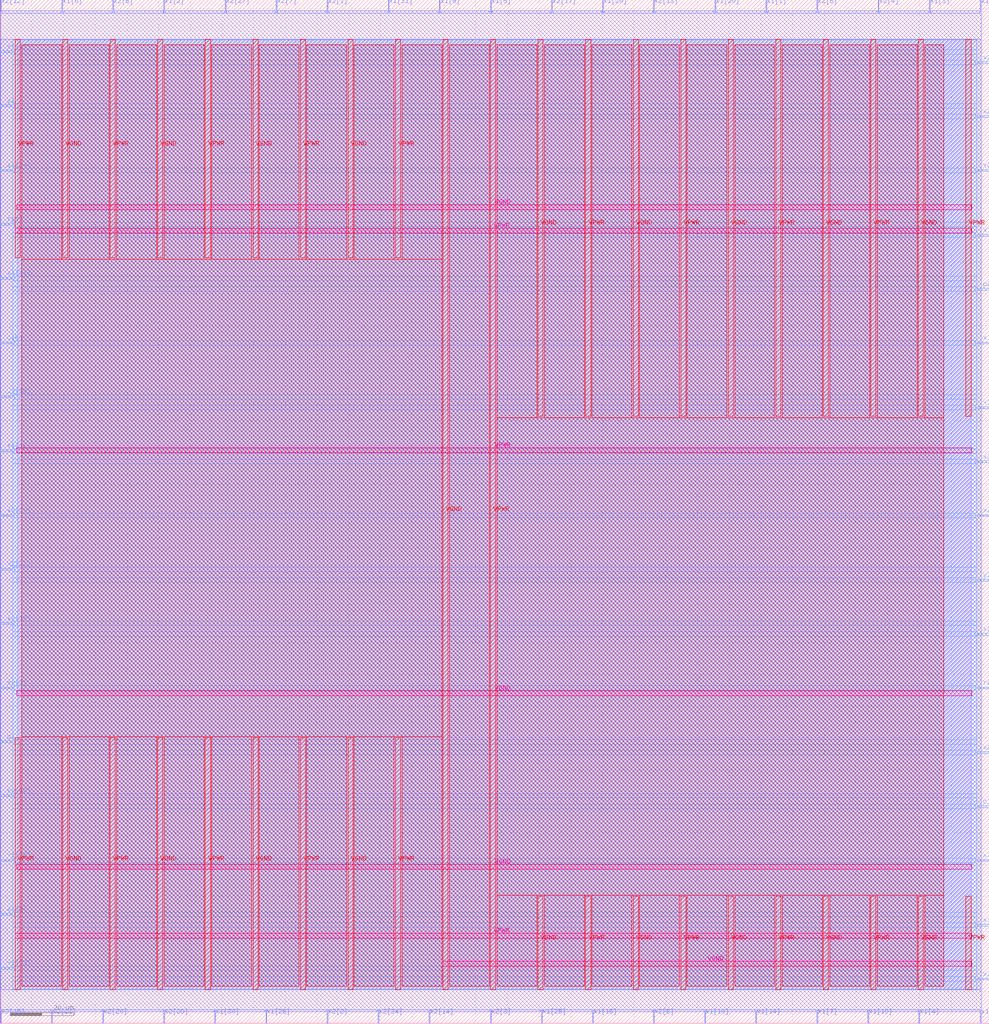
<source format=lef>
VERSION 5.7 ;
  NOWIREEXTENSIONATPIN ON ;
  DIVIDERCHAR "/" ;
  BUSBITCHARS "[]" ;
MACRO manual_macro_placement_test
  CLASS BLOCK ;
  FOREIGN manual_macro_placement_test ;
  ORIGIN 0.000 0.000 ;
  SIZE 312.060 BY 322.780 ;
  PIN VGND
    DIRECTION INOUT ;
    USE GROUND ;
    PORT
      LAYER met4 ;
        RECT 19.720 10.640 21.320 90.000 ;
    END
    PORT
      LAYER met4 ;
        RECT 19.720 241.400 21.320 310.320 ;
    END
    PORT
      LAYER met4 ;
        RECT 49.720 10.640 51.320 90.000 ;
    END
    PORT
      LAYER met4 ;
        RECT 49.720 241.400 51.320 310.320 ;
    END
    PORT
      LAYER met4 ;
        RECT 79.720 10.640 81.320 90.000 ;
    END
    PORT
      LAYER met4 ;
        RECT 79.720 241.400 81.320 310.320 ;
    END
    PORT
      LAYER met4 ;
        RECT 109.720 10.640 111.320 90.000 ;
    END
    PORT
      LAYER met4 ;
        RECT 109.720 241.400 111.320 310.320 ;
    END
    PORT
      LAYER met4 ;
        RECT 139.720 10.640 141.320 310.320 ;
    END
    PORT
      LAYER met4 ;
        RECT 169.720 10.640 171.320 40.000 ;
    END
    PORT
      LAYER met4 ;
        RECT 169.720 191.400 171.320 310.320 ;
    END
    PORT
      LAYER met4 ;
        RECT 199.720 10.640 201.320 40.000 ;
    END
    PORT
      LAYER met4 ;
        RECT 199.720 191.400 201.320 310.320 ;
    END
    PORT
      LAYER met4 ;
        RECT 229.720 10.640 231.320 40.000 ;
    END
    PORT
      LAYER met4 ;
        RECT 229.720 191.400 231.320 310.320 ;
    END
    PORT
      LAYER met4 ;
        RECT 259.720 10.640 261.320 40.000 ;
    END
    PORT
      LAYER met4 ;
        RECT 259.720 191.400 261.320 310.320 ;
    END
    PORT
      LAYER met4 ;
        RECT 289.720 10.640 291.320 40.000 ;
    END
    PORT
      LAYER met4 ;
        RECT 289.720 191.400 291.320 310.320 ;
    END
    PORT
      LAYER met5 ;
        RECT 5.280 103.320 306.600 104.920 ;
    END
    PORT
      LAYER met5 ;
        RECT 5.280 256.500 306.600 258.100 ;
    END
    PORT
      LAYER met5 ;
        RECT 5.280 48.500 306.600 50.100 ;
    END
    PORT
      LAYER met5 ;
        RECT 139.720 17.900 306.600 19.500 ;
    END
  END VGND
  PIN VPWR
    DIRECTION INOUT ;
    USE POWER ;
    PORT
      LAYER met4 ;
        RECT 4.720 10.640 6.320 90.000 ;
    END
    PORT
      LAYER met4 ;
        RECT 4.720 241.400 6.320 310.320 ;
    END
    PORT
      LAYER met4 ;
        RECT 34.720 10.640 36.320 90.000 ;
    END
    PORT
      LAYER met4 ;
        RECT 34.720 241.400 36.320 310.320 ;
    END
    PORT
      LAYER met4 ;
        RECT 64.720 10.640 66.320 90.000 ;
    END
    PORT
      LAYER met4 ;
        RECT 64.720 241.400 66.320 310.320 ;
    END
    PORT
      LAYER met4 ;
        RECT 94.720 10.640 96.320 90.000 ;
    END
    PORT
      LAYER met4 ;
        RECT 94.720 241.400 96.320 310.320 ;
    END
    PORT
      LAYER met4 ;
        RECT 124.720 10.640 126.320 90.000 ;
    END
    PORT
      LAYER met4 ;
        RECT 124.720 241.400 126.320 310.320 ;
    END
    PORT
      LAYER met4 ;
        RECT 154.720 10.640 156.320 310.320 ;
    END
    PORT
      LAYER met4 ;
        RECT 184.720 10.640 186.320 40.000 ;
    END
    PORT
      LAYER met4 ;
        RECT 184.720 191.400 186.320 310.320 ;
    END
    PORT
      LAYER met4 ;
        RECT 214.720 10.640 216.320 40.000 ;
    END
    PORT
      LAYER met4 ;
        RECT 214.720 191.400 216.320 310.320 ;
    END
    PORT
      LAYER met4 ;
        RECT 244.720 10.640 246.320 40.000 ;
    END
    PORT
      LAYER met4 ;
        RECT 244.720 191.400 246.320 310.320 ;
    END
    PORT
      LAYER met4 ;
        RECT 274.720 10.640 276.320 40.000 ;
    END
    PORT
      LAYER met4 ;
        RECT 274.720 191.400 276.320 310.320 ;
    END
    PORT
      LAYER met4 ;
        RECT 304.720 10.640 306.320 40.000 ;
    END
    PORT
      LAYER met4 ;
        RECT 304.720 191.400 306.320 310.320 ;
    END
    PORT
      LAYER met5 ;
        RECT 4.720 26.730 306.600 28.330 ;
    END
    PORT
      LAYER met5 ;
        RECT 5.280 179.910 306.600 181.510 ;
    END
    PORT
      LAYER met5 ;
        RECT 4.720 249.100 306.600 250.700 ;
    END
  END VPWR
  PIN clk1
    DIRECTION INPUT ;
    USE SIGNAL ;
    PORT
      LAYER met3 ;
        RECT 0.000 214.240 4.000 214.840 ;
    END
  END clk1
  PIN clk2
    DIRECTION INPUT ;
    USE SIGNAL ;
    PORT
      LAYER met3 ;
        RECT 308.060 68.040 312.060 68.640 ;
    END
  END clk2
  PIN p1
    DIRECTION OUTPUT TRISTATE ;
    USE SIGNAL ;
    PORT
      LAYER met3 ;
        RECT 0.000 88.440 4.000 89.040 ;
    END
  END p1
  PIN p2
    DIRECTION OUTPUT TRISTATE ;
    USE SIGNAL ;
    PORT
      LAYER met3 ;
        RECT 308.060 231.240 312.060 231.840 ;
    END
  END p2
  PIN rst1
    DIRECTION INPUT ;
    USE SIGNAL ;
    PORT
      LAYER met3 ;
        RECT 0.000 251.640 4.000 252.240 ;
    END
  END rst1
  PIN rst2
    DIRECTION INPUT ;
    USE SIGNAL ;
    PORT
      LAYER met3 ;
        RECT 308.060 105.440 312.060 106.040 ;
    END
  END rst2
  PIN x1[0]
    DIRECTION INPUT ;
    USE SIGNAL ;
    PORT
      LAYER met2 ;
        RECT 19.410 318.780 19.690 322.780 ;
    END
  END x1[0]
  PIN x1[10]
    DIRECTION INPUT ;
    USE SIGNAL ;
    PORT
      LAYER met2 ;
        RECT 222.270 0.000 222.550 4.000 ;
    END
  END x1[10]
  PIN x1[11]
    DIRECTION INPUT ;
    USE SIGNAL ;
    PORT
      LAYER met3 ;
        RECT 308.060 193.840 312.060 194.440 ;
    END
  END x1[11]
  PIN x1[12]
    DIRECTION INPUT ;
    USE SIGNAL ;
    PORT
      LAYER met3 ;
        RECT 0.000 180.240 4.000 180.840 ;
    END
  END x1[12]
  PIN x1[13]
    DIRECTION INPUT ;
    USE SIGNAL ;
    PORT
      LAYER met3 ;
        RECT 308.060 30.640 312.060 31.240 ;
    END
  END x1[13]
  PIN x1[14]
    DIRECTION INPUT ;
    USE SIGNAL ;
    PORT
      LAYER met2 ;
        RECT 238.370 0.000 238.650 4.000 ;
    END
  END x1[14]
  PIN x1[15]
    DIRECTION INPUT ;
    USE SIGNAL ;
    PORT
      LAYER met2 ;
        RECT 186.850 0.000 187.130 4.000 ;
    END
  END x1[15]
  PIN x1[16]
    DIRECTION INPUT ;
    USE SIGNAL ;
    PORT
      LAYER met3 ;
        RECT 0.000 51.040 4.000 51.640 ;
    END
  END x1[16]
  PIN x1[17]
    DIRECTION INPUT ;
    USE SIGNAL ;
    PORT
      LAYER met2 ;
        RECT 309.210 0.000 309.490 4.000 ;
    END
  END x1[17]
  PIN x1[18]
    DIRECTION INPUT ;
    USE SIGNAL ;
    PORT
      LAYER met3 ;
        RECT 308.060 51.040 312.060 51.640 ;
    END
  END x1[18]
  PIN x1[19]
    DIRECTION INPUT ;
    USE SIGNAL ;
    PORT
      LAYER met2 ;
        RECT 273.790 0.000 274.070 4.000 ;
    END
  END x1[19]
  PIN x1[1]
    DIRECTION INPUT ;
    USE SIGNAL ;
    PORT
      LAYER met2 ;
        RECT 241.590 318.780 241.870 322.780 ;
    END
  END x1[1]
  PIN x1[20]
    DIRECTION INPUT ;
    USE SIGNAL ;
    PORT
      LAYER met2 ;
        RECT 225.490 318.780 225.770 322.780 ;
    END
  END x1[20]
  PIN x1[21]
    DIRECTION INPUT ;
    USE SIGNAL ;
    PORT
      LAYER met3 ;
        RECT 0.000 234.640 4.000 235.240 ;
    END
  END x1[21]
  PIN x1[22]
    DIRECTION INPUT ;
    USE SIGNAL ;
    PORT
      LAYER met3 ;
        RECT 308.060 214.240 312.060 214.840 ;
    END
  END x1[22]
  PIN x1[23]
    DIRECTION INPUT ;
    USE SIGNAL ;
    PORT
      LAYER met3 ;
        RECT 308.060 248.240 312.060 248.840 ;
    END
  END x1[23]
  PIN x1[24]
    DIRECTION INPUT ;
    USE SIGNAL ;
    PORT
      LAYER met3 ;
        RECT 0.000 268.640 4.000 269.240 ;
    END
  END x1[24]
  PIN x1[25]
    DIRECTION INPUT ;
    USE SIGNAL ;
    PORT
      LAYER met2 ;
        RECT 170.750 0.000 171.030 4.000 ;
    END
  END x1[25]
  PIN x1[26]
    DIRECTION INPUT ;
    USE SIGNAL ;
    PORT
      LAYER met2 ;
        RECT 83.810 0.000 84.090 4.000 ;
    END
  END x1[26]
  PIN x1[27]
    DIRECTION INPUT ;
    USE SIGNAL ;
    PORT
      LAYER met3 ;
        RECT 0.000 306.040 4.000 306.640 ;
    END
  END x1[27]
  PIN x1[28]
    DIRECTION INPUT ;
    USE SIGNAL ;
    PORT
      LAYER met3 ;
        RECT 0.000 17.040 4.000 17.640 ;
    END
  END x1[28]
  PIN x1[29]
    DIRECTION INPUT ;
    USE SIGNAL ;
    PORT
      LAYER met2 ;
        RECT 190.070 318.780 190.350 322.780 ;
    END
  END x1[29]
  PIN x1[2]
    DIRECTION INPUT ;
    USE SIGNAL ;
    PORT
      LAYER met2 ;
        RECT 51.610 318.780 51.890 322.780 ;
    END
  END x1[2]
  PIN x1[30]
    DIRECTION INPUT ;
    USE SIGNAL ;
    PORT
      LAYER met2 ;
        RECT 67.710 0.000 67.990 4.000 ;
    END
  END x1[30]
  PIN x1[31]
    DIRECTION INPUT ;
    USE SIGNAL ;
    PORT
      LAYER met2 ;
        RECT 122.450 318.780 122.730 322.780 ;
    END
  END x1[31]
  PIN x1[3]
    DIRECTION INPUT ;
    USE SIGNAL ;
    PORT
      LAYER met2 ;
        RECT 293.110 318.780 293.390 322.780 ;
    END
  END x1[3]
  PIN x1[4]
    DIRECTION INPUT ;
    USE SIGNAL ;
    PORT
      LAYER met2 ;
        RECT 289.890 0.000 290.170 4.000 ;
    END
  END x1[4]
  PIN x1[5]
    DIRECTION INPUT ;
    USE SIGNAL ;
    PORT
      LAYER met2 ;
        RECT 154.650 318.780 154.930 322.780 ;
    END
  END x1[5]
  PIN x1[6]
    DIRECTION INPUT ;
    USE SIGNAL ;
    PORT
      LAYER met2 ;
        RECT 309.210 318.780 309.490 322.780 ;
    END
  END x1[6]
  PIN x1[7]
    DIRECTION INPUT ;
    USE SIGNAL ;
    PORT
      LAYER met2 ;
        RECT 257.690 0.000 257.970 4.000 ;
    END
  END x1[7]
  PIN x1[8]
    DIRECTION INPUT ;
    USE SIGNAL ;
    PORT
      LAYER met2 ;
        RECT 138.550 318.780 138.830 322.780 ;
    END
  END x1[8]
  PIN x1[9]
    DIRECTION INPUT ;
    USE SIGNAL ;
    PORT
      LAYER met3 ;
        RECT 0.000 34.040 4.000 34.640 ;
    END
  END x1[9]
  PIN x2[0]
    DIRECTION INPUT ;
    USE SIGNAL ;
    PORT
      LAYER met3 ;
        RECT 308.060 85.040 312.060 85.640 ;
    END
  END x2[0]
  PIN x2[10]
    DIRECTION INPUT ;
    USE SIGNAL ;
    PORT
      LAYER met3 ;
        RECT 0.000 71.440 4.000 72.040 ;
    END
  END x2[10]
  PIN x2[11]
    DIRECTION INPUT ;
    USE SIGNAL ;
    PORT
      LAYER met3 ;
        RECT 308.060 122.440 312.060 123.040 ;
    END
  END x2[11]
  PIN x2[12]
    DIRECTION INPUT ;
    USE SIGNAL ;
    PORT
      LAYER met2 ;
        RECT 0.090 318.780 0.370 322.780 ;
    END
  END x2[12]
  PIN x2[13]
    DIRECTION INPUT ;
    USE SIGNAL ;
    PORT
      LAYER met2 ;
        RECT 206.170 318.780 206.450 322.780 ;
    END
  END x2[13]
  PIN x2[14]
    DIRECTION INPUT ;
    USE SIGNAL ;
    PORT
      LAYER met2 ;
        RECT 135.330 0.000 135.610 4.000 ;
    END
  END x2[14]
  PIN x2[15]
    DIRECTION INPUT ;
    USE SIGNAL ;
    PORT
      LAYER met2 ;
        RECT 0.090 0.000 0.370 4.000 ;
    END
  END x2[15]
  PIN x2[16]
    DIRECTION INPUT ;
    USE SIGNAL ;
    PORT
      LAYER met3 ;
        RECT 0.000 197.240 4.000 197.840 ;
    END
  END x2[16]
  PIN x2[17]
    DIRECTION INPUT ;
    USE SIGNAL ;
    PORT
      LAYER met2 ;
        RECT 173.970 318.780 174.250 322.780 ;
    END
  END x2[17]
  PIN x2[18]
    DIRECTION INPUT ;
    USE SIGNAL ;
    PORT
      LAYER met3 ;
        RECT 0.000 125.840 4.000 126.440 ;
    END
  END x2[18]
  PIN x2[19]
    DIRECTION INPUT ;
    USE SIGNAL ;
    PORT
      LAYER met3 ;
        RECT 308.060 302.640 312.060 303.240 ;
    END
  END x2[19]
  PIN x2[1]
    DIRECTION INPUT ;
    USE SIGNAL ;
    PORT
      LAYER met2 ;
        RECT 103.130 318.780 103.410 322.780 ;
    END
  END x2[1]
  PIN x2[20]
    DIRECTION INPUT ;
    USE SIGNAL ;
    PORT
      LAYER met2 ;
        RECT 32.290 0.000 32.570 4.000 ;
    END
  END x2[20]
  PIN x2[21]
    DIRECTION INPUT ;
    USE SIGNAL ;
    PORT
      LAYER met2 ;
        RECT 16.190 0.000 16.470 4.000 ;
    END
  END x2[21]
  PIN x2[22]
    DIRECTION INPUT ;
    USE SIGNAL ;
    PORT
      LAYER met3 ;
        RECT 308.060 285.640 312.060 286.240 ;
    END
  END x2[22]
  PIN x2[23]
    DIRECTION INPUT ;
    USE SIGNAL ;
    PORT
      LAYER met3 ;
        RECT 0.000 142.840 4.000 143.440 ;
    END
  END x2[23]
  PIN x2[24]
    DIRECTION INPUT ;
    USE SIGNAL ;
    PORT
      LAYER met2 ;
        RECT 119.230 0.000 119.510 4.000 ;
    END
  END x2[24]
  PIN x2[25]
    DIRECTION INPUT ;
    USE SIGNAL ;
    PORT
      LAYER met3 ;
        RECT 308.060 268.640 312.060 269.240 ;
    END
  END x2[25]
  PIN x2[26]
    DIRECTION INPUT ;
    USE SIGNAL ;
    PORT
      LAYER met3 ;
        RECT 308.060 13.640 312.060 14.240 ;
    END
  END x2[26]
  PIN x2[27]
    DIRECTION INPUT ;
    USE SIGNAL ;
    PORT
      LAYER met2 ;
        RECT 70.930 318.780 71.210 322.780 ;
    END
  END x2[27]
  PIN x2[28]
    DIRECTION INPUT ;
    USE SIGNAL ;
    PORT
      LAYER met3 ;
        RECT 308.060 159.840 312.060 160.440 ;
    END
  END x2[28]
  PIN x2[29]
    DIRECTION INPUT ;
    USE SIGNAL ;
    PORT
      LAYER met2 ;
        RECT 51.610 0.000 51.890 4.000 ;
    END
  END x2[29]
  PIN x2[2]
    DIRECTION INPUT ;
    USE SIGNAL ;
    PORT
      LAYER met2 ;
        RECT 103.130 0.000 103.410 4.000 ;
    END
  END x2[2]
  PIN x2[30]
    DIRECTION INPUT ;
    USE SIGNAL ;
    PORT
      LAYER met3 ;
        RECT 0.000 159.840 4.000 160.440 ;
    END
  END x2[30]
  PIN x2[31]
    DIRECTION INPUT ;
    USE SIGNAL ;
    PORT
      LAYER met3 ;
        RECT 308.060 176.840 312.060 177.440 ;
    END
  END x2[31]
  PIN x2[3]
    DIRECTION INPUT ;
    USE SIGNAL ;
    PORT
      LAYER met2 ;
        RECT 154.650 0.000 154.930 4.000 ;
    END
  END x2[3]
  PIN x2[4]
    DIRECTION INPUT ;
    USE SIGNAL ;
    PORT
      LAYER met2 ;
        RECT 277.010 318.780 277.290 322.780 ;
    END
  END x2[4]
  PIN x2[5]
    DIRECTION INPUT ;
    USE SIGNAL ;
    PORT
      LAYER met2 ;
        RECT 257.690 318.780 257.970 322.780 ;
    END
  END x2[5]
  PIN x2[6]
    DIRECTION INPUT ;
    USE SIGNAL ;
    PORT
      LAYER met2 ;
        RECT 35.510 318.780 35.790 322.780 ;
    END
  END x2[6]
  PIN x2[7]
    DIRECTION INPUT ;
    USE SIGNAL ;
    PORT
      LAYER met2 ;
        RECT 87.030 318.780 87.310 322.780 ;
    END
  END x2[7]
  PIN x2[8]
    DIRECTION INPUT ;
    USE SIGNAL ;
    PORT
      LAYER met2 ;
        RECT 206.170 0.000 206.450 4.000 ;
    END
  END x2[8]
  PIN x2[9]
    DIRECTION INPUT ;
    USE SIGNAL ;
    PORT
      LAYER met3 ;
        RECT 0.000 105.440 4.000 106.040 ;
    END
  END x2[9]
  PIN y1
    DIRECTION INPUT ;
    USE SIGNAL ;
    PORT
      LAYER met3 ;
        RECT 0.000 289.040 4.000 289.640 ;
    END
  END y1
  PIN y2
    DIRECTION INPUT ;
    USE SIGNAL ;
    PORT
      LAYER met3 ;
        RECT 308.060 139.440 312.060 140.040 ;
    END
  END y2
  OBS
      LAYER li1 ;
        RECT 5.520 10.795 306.360 310.165 ;
      LAYER met1 ;
        RECT 0.070 10.640 309.510 310.320 ;
      LAYER met2 ;
        RECT 0.650 318.500 19.130 319.330 ;
        RECT 19.970 318.500 35.230 319.330 ;
        RECT 36.070 318.500 51.330 319.330 ;
        RECT 52.170 318.500 70.650 319.330 ;
        RECT 71.490 318.500 86.750 319.330 ;
        RECT 87.590 318.500 102.850 319.330 ;
        RECT 103.690 318.500 122.170 319.330 ;
        RECT 123.010 318.500 138.270 319.330 ;
        RECT 139.110 318.500 154.370 319.330 ;
        RECT 155.210 318.500 173.690 319.330 ;
        RECT 174.530 318.500 189.790 319.330 ;
        RECT 190.630 318.500 205.890 319.330 ;
        RECT 206.730 318.500 225.210 319.330 ;
        RECT 226.050 318.500 241.310 319.330 ;
        RECT 242.150 318.500 257.410 319.330 ;
        RECT 258.250 318.500 276.730 319.330 ;
        RECT 277.570 318.500 292.830 319.330 ;
        RECT 293.670 318.500 308.930 319.330 ;
        RECT 0.100 4.280 309.480 318.500 ;
        RECT 0.650 3.670 15.910 4.280 ;
        RECT 16.750 3.670 32.010 4.280 ;
        RECT 32.850 3.670 51.330 4.280 ;
        RECT 52.170 3.670 67.430 4.280 ;
        RECT 68.270 3.670 83.530 4.280 ;
        RECT 84.370 3.670 102.850 4.280 ;
        RECT 103.690 3.670 118.950 4.280 ;
        RECT 119.790 3.670 135.050 4.280 ;
        RECT 135.890 3.670 154.370 4.280 ;
        RECT 155.210 3.670 170.470 4.280 ;
        RECT 171.310 3.670 186.570 4.280 ;
        RECT 187.410 3.670 205.890 4.280 ;
        RECT 206.730 3.670 221.990 4.280 ;
        RECT 222.830 3.670 238.090 4.280 ;
        RECT 238.930 3.670 257.410 4.280 ;
        RECT 258.250 3.670 273.510 4.280 ;
        RECT 274.350 3.670 289.610 4.280 ;
        RECT 290.450 3.670 308.930 4.280 ;
      LAYER met3 ;
        RECT 3.990 307.040 308.060 310.245 ;
        RECT 4.400 305.640 308.060 307.040 ;
        RECT 3.990 303.640 308.060 305.640 ;
        RECT 3.990 302.240 307.660 303.640 ;
        RECT 3.990 290.040 308.060 302.240 ;
        RECT 4.400 288.640 308.060 290.040 ;
        RECT 3.990 286.640 308.060 288.640 ;
        RECT 3.990 285.240 307.660 286.640 ;
        RECT 3.990 269.640 308.060 285.240 ;
        RECT 4.400 268.240 307.660 269.640 ;
        RECT 3.990 252.640 308.060 268.240 ;
        RECT 4.400 251.240 308.060 252.640 ;
        RECT 3.990 249.240 308.060 251.240 ;
        RECT 3.990 247.840 307.660 249.240 ;
        RECT 3.990 235.640 308.060 247.840 ;
        RECT 4.400 234.240 308.060 235.640 ;
        RECT 3.990 232.240 308.060 234.240 ;
        RECT 3.990 230.840 307.660 232.240 ;
        RECT 3.990 215.240 308.060 230.840 ;
        RECT 4.400 213.840 307.660 215.240 ;
        RECT 3.990 198.240 308.060 213.840 ;
        RECT 4.400 196.840 308.060 198.240 ;
        RECT 3.990 194.840 308.060 196.840 ;
        RECT 3.990 193.440 307.660 194.840 ;
        RECT 3.990 181.240 308.060 193.440 ;
        RECT 4.400 179.840 308.060 181.240 ;
        RECT 3.990 177.840 308.060 179.840 ;
        RECT 3.990 176.440 307.660 177.840 ;
        RECT 3.990 160.840 308.060 176.440 ;
        RECT 4.400 159.440 307.660 160.840 ;
        RECT 3.990 143.840 308.060 159.440 ;
        RECT 4.400 142.440 308.060 143.840 ;
        RECT 3.990 140.440 308.060 142.440 ;
        RECT 3.990 139.040 307.660 140.440 ;
        RECT 3.990 126.840 308.060 139.040 ;
        RECT 4.400 125.440 308.060 126.840 ;
        RECT 3.990 123.440 308.060 125.440 ;
        RECT 3.990 122.040 307.660 123.440 ;
        RECT 3.990 106.440 308.060 122.040 ;
        RECT 4.400 105.040 307.660 106.440 ;
        RECT 3.990 89.440 308.060 105.040 ;
        RECT 4.400 88.040 308.060 89.440 ;
        RECT 3.990 86.040 308.060 88.040 ;
        RECT 3.990 84.640 307.660 86.040 ;
        RECT 3.990 72.440 308.060 84.640 ;
        RECT 4.400 71.040 308.060 72.440 ;
        RECT 3.990 69.040 308.060 71.040 ;
        RECT 3.990 67.640 307.660 69.040 ;
        RECT 3.990 52.040 308.060 67.640 ;
        RECT 4.400 50.640 307.660 52.040 ;
        RECT 3.990 35.040 308.060 50.640 ;
        RECT 4.400 33.640 308.060 35.040 ;
        RECT 3.990 31.640 308.060 33.640 ;
        RECT 3.990 30.240 307.660 31.640 ;
        RECT 3.990 18.040 308.060 30.240 ;
        RECT 4.400 16.640 308.060 18.040 ;
        RECT 3.990 14.640 308.060 16.640 ;
        RECT 3.990 13.240 307.660 14.640 ;
        RECT 3.990 10.715 308.060 13.240 ;
      LAYER met4 ;
        RECT 6.735 241.000 19.320 308.545 ;
        RECT 21.720 241.000 34.320 308.545 ;
        RECT 36.720 241.000 49.320 308.545 ;
        RECT 51.720 241.000 64.320 308.545 ;
        RECT 66.720 241.000 79.320 308.545 ;
        RECT 81.720 241.000 94.320 308.545 ;
        RECT 96.720 241.000 109.320 308.545 ;
        RECT 111.720 241.000 124.320 308.545 ;
        RECT 126.720 241.000 139.320 308.545 ;
        RECT 6.735 90.400 139.320 241.000 ;
        RECT 6.735 11.735 19.320 90.400 ;
        RECT 21.720 11.735 34.320 90.400 ;
        RECT 36.720 11.735 49.320 90.400 ;
        RECT 51.720 11.735 64.320 90.400 ;
        RECT 66.720 11.735 79.320 90.400 ;
        RECT 81.720 11.735 94.320 90.400 ;
        RECT 96.720 11.735 109.320 90.400 ;
        RECT 111.720 11.735 124.320 90.400 ;
        RECT 126.720 11.735 139.320 90.400 ;
        RECT 141.720 11.735 154.320 308.545 ;
        RECT 156.720 191.000 169.320 308.545 ;
        RECT 171.720 191.000 184.320 308.545 ;
        RECT 186.720 191.000 199.320 308.545 ;
        RECT 201.720 191.000 214.320 308.545 ;
        RECT 216.720 191.000 229.320 308.545 ;
        RECT 231.720 191.000 244.320 308.545 ;
        RECT 246.720 191.000 259.320 308.545 ;
        RECT 261.720 191.000 274.320 308.545 ;
        RECT 276.720 191.000 289.320 308.545 ;
        RECT 291.720 191.000 297.785 308.545 ;
        RECT 156.720 40.400 297.785 191.000 ;
        RECT 156.720 11.735 169.320 40.400 ;
        RECT 171.720 11.735 184.320 40.400 ;
        RECT 186.720 11.735 199.320 40.400 ;
        RECT 201.720 11.735 214.320 40.400 ;
        RECT 216.720 11.735 229.320 40.400 ;
        RECT 231.720 11.735 244.320 40.400 ;
        RECT 246.720 11.735 259.320 40.400 ;
        RECT 261.720 11.735 274.320 40.400 ;
        RECT 276.720 11.735 289.320 40.400 ;
        RECT 291.720 11.735 297.785 40.400 ;
  END
END manual_macro_placement_test
END LIBRARY


</source>
